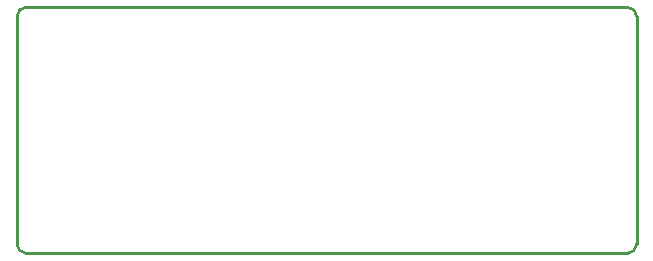
<source format=gko>
G04*
G04 #@! TF.GenerationSoftware,Altium Limited,Altium Designer,21.8.1 (53)*
G04*
G04 Layer_Color=16711935*
%FSLAX25Y25*%
%MOIN*%
G70*
G04*
G04 #@! TF.SameCoordinates,F7FF72C4-72FB-41D8-A861-7DFCE6F03B73*
G04*
G04*
G04 #@! TF.FilePolarity,Positive*
G04*
G01*
G75*
%ADD13C,0.01000*%
D13*
X637500Y227500D02*
G03*
X634500Y230500I-3000J0D01*
G01*
Y148500D02*
G03*
X637500Y151500I0J3000D01*
G01*
X434000Y230500D02*
G03*
X431000Y227500I0J-3000D01*
G01*
Y151500D02*
G03*
X434000Y148500I3000J0D01*
G01*
X634500D01*
X434000Y230500D02*
X634500D01*
X637500Y151500D02*
Y227500D01*
X431000Y151500D02*
Y227500D01*
M02*

</source>
